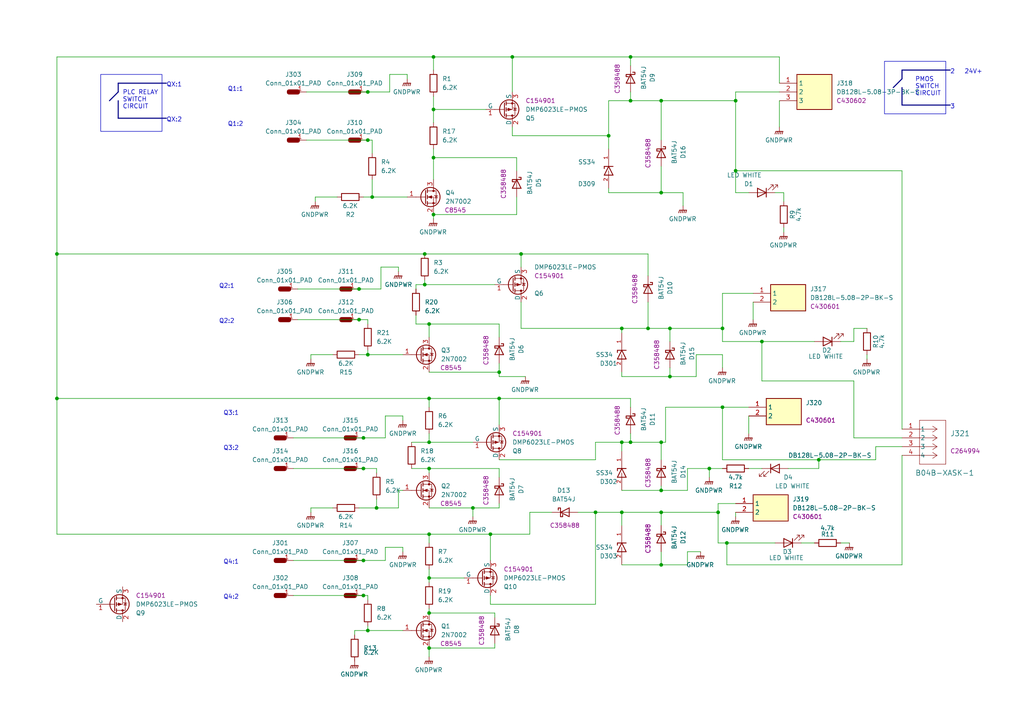
<source format=kicad_sch>
(kicad_sch (version 20230121) (generator eeschema)
  (paper "A4")
  (title_block (title "PLC OUTPUTS (P-MOS)"))
  (lib_symbols
    (symbol "Device:LED" (pin_numbers hide) (pin_names (offset 1.016) hide)
      (property "Reference" "D" (at 0 2.54 0))
      (property "Value" "LED" (at 0 -2.54 0))
      (symbol "LED_1_1"
        (pin passive line (at -3.81 0 0) (length 2.54) (name "K") (number "1"))
        (pin passive line (at 3.81 0 180) (length 2.54) (name "A") (number "2"))
      )
    )
    (symbol "Device:R" (pin_numbers hide) (pin_names (offset 0))
      (property "Reference" "R" (at 2.032 0 90))
      (property "Value" "R" (at 0 0 90))
      (symbol "R_1_1"
        (pin passive line (at 0 3.81 270) (length 1.27) (name "~") (number "1"))
        (pin passive line (at 0 -3.81 90) (length 1.27) (name "~") (number "2"))
      )
    )
    (symbol "Diode:BAT54J" (pin_numbers hide) (pin_names (offset 1.016) hide)
      (property "Reference" "D" (at 0 2.54 0))
      (property "Value" "BAT54J" (at 0 -2.54 0))
      (symbol "BAT54J_1_1"
        (pin passive line (at -3.81 0 0) (length 2.54) (name "K") (number "1"))
        (pin passive line (at 3.81 0 180) (length 2.54) (name "A") (number "2"))
      )
    )
    (symbol "PCB_Library:1729128"
      (property "Reference" "J" (at 16.51 7.62 0))
      (property "Value" "XY128V-A-5.08-2P" (at 16.51 5.08 0))
      (property "LCSC" "C557665" (at 8.89 6.35 0))
      (symbol "1729128_1_1"
        (pin passive line (at 0 0 0) (length 5.08) (name "1") (number "1"))
        (pin passive line (at 0 -2.54 0) (length 5.08) (name "2") (number "2"))
      )
    )
    (symbol "PCB_Library:B04B-XASK-1" (pin_names (offset 0.254))
      (property "Reference" "J" (at 8.89 6.35 0))
      (property "Value" "B04B-XASK-1" (at 2.54 10.16 0))
      (property "LCSC" "C264994" (at -5.08 3.81 0))
      (symbol "B04B-XASK-1_1_1"
        (pin unspecified line (at 0 0 0) (length 5.08) (name "1") (number "1"))
        (pin unspecified line (at 0 -2.54 0) (length 5.08) (name "2") (number "2"))
        (pin unspecified line (at 0 -5.08 0) (length 5.08) (name "3") (number "3"))
        (pin unspecified line (at 0 -7.62 0) (length 5.08) (name "4") (number "4"))
      )
      (symbol "B04B-XASK-1_1_2"
        (pin unspecified line (at 0 0 0) (length 5.08) (name "1") (number "1"))
        (pin unspecified line (at 0 -2.54 0) (length 5.08) (name "2") (number "2"))
        (pin unspecified line (at 0 -5.08 0) (length 5.08) (name "3") (number "3"))
        (pin unspecified line (at 0 -7.62 0) (length 5.08) (name "4") (number "4"))
      )
    )
    (symbol "PCB_Library:Conn_01x01_PAD" (pin_names (offset 1.016) hide)
      (property "Reference" "J" (at 0 2.54 0))
      (property "Value" "Conn_01x01_PAD" (at 1.27 -3.81 0))
      (symbol "Conn_01x01_PAD_1_1"
        (pin passive line (at 5.08 0 180) (length 3.81) (name "Pin_1") (number "1"))
      )
    )
    (symbol "PCB_Library:DMP6023LE-PMOS" (pin_names (offset 0))
      (property "Reference" "Q" (at 5.08 1.27 0))
      (property "Value" "DMP6023LE-PMOS" (at 6.35 10.16 0))
      (property "LCSC" "C154901" (at -5.08 6.35 0))
      (symbol "DMP6023LE-PMOS_1_1"
        (pin input line (at -5.08 0 0) (length 2.54) (name "G") (number "1"))
        (pin passive line (at 2.54 5.08 270) (length 2.54) (name "D") (number "2"))
        (pin passive line (at 2.54 -5.08 90) (length 2.54) (name "S") (number "3"))
      )
    )
    (symbol "PCB_Library:SMBJ24A" (pin_names (offset 1.016))
      (property "Reference" "D" (at -5.0835 2.4159 0))
      (property "Value" "SMBJ24A" (at -5.0854 -4.9611 0))
      (symbol "SMBJ24A_1_0"
        (pin passive line (at -6.35 0 0) (length 5.08) (name "~") (number "1"))
        (pin passive line (at 5.08 0 180) (length 5.08) (name "~") (number "2"))
      )
    )
    (symbol "PCB_Library:XY128V-A-5.08-3P"
      (property "Reference" "J" (at 16.51 7.62 0))
      (property "Value" "XY128V-A-5.08-3P" (at 16.51 5.08 0))
      (property "LCSC" "C557666" (at 8.89 6.35 0))
      (symbol "XY128V-A-5.08-3P_1_1"
        (pin passive line (at 0 0 0) (length 5.08) (name "1") (number "1"))
        (pin passive line (at 0 -2.54 0) (length 5.08) (name "2") (number "2"))
        (pin passive line (at 0 -5.08 0) (length 5.08) (name "3") (number "3"))
      )
    )
    (symbol "Transistor_FET:2N7002" (pin_names hide)
      (property "Reference" "Q" (at 5.08 1.905 0))
      (property "Value" "2N7002" (at 5.08 0 0))
      (symbol "2N7002_1_1"
        (pin input line (at -5.08 0 0) (length 2.54) (name "G") (number "1"))
        (pin passive line (at 2.54 -5.08 90) (length 2.54) (name "S") (number "2"))
        (pin passive line (at 2.54 5.08 270) (length 2.54) (name "D") (number "3"))
      )
    )
    (symbol "power:GNDPWR" (power) (pin_names (offset 0))
      (property "Value" "GNDPWR" (at 0 -3.302 0))
      (symbol "GNDPWR_1_1"
        (pin power_in line (at 0 0 270) (length 0) hide (name "GNDPWR") (number "1"))
      )
    )
  )
  (junction (at 151.13 73.66))
  (junction (at 144.78 107.95))
  (junction (at 106.68 102.87))
  (junction (at 220.98 99.06))
  (junction (at 124.46 128.27))
  (junction (at 124.46 93.98))
  (junction (at 142.24 154.94))
  (junction (at 191.77 163.83))
  (junction (at 191.77 29.21))
  (junction (at 125.73 62.23))
  (junction (at 106.68 182.88))
  (junction (at 125.73 31.75))
  (junction (at 182.88 29.21))
  (junction (at 125.73 16.51))
  (junction (at 209.55 95.25))
  (junction (at 191.77 142.24))
  (junction (at 182.88 16.51))
  (junction (at 124.46 177.8))
  (junction (at 213.36 49.53))
  (junction (at 237.49 133.35))
  (junction (at 172.72 148.59))
  (junction (at 124.46 135.89))
  (junction (at 144.78 115.57))
  (junction (at 125.73 45.72))
  (junction (at 209.55 118.11))
  (junction (at 176.53 39.37))
  (junction (at 191.77 55.88))
  (junction (at 180.34 95.25))
  (junction (at 194.31 109.22))
  (junction (at 123.19 73.66))
  (junction (at 182.88 128.27))
  (junction (at 107.95 57.15))
  (junction (at 191.77 128.27))
  (junction (at 123.19 82.55))
  (junction (at 106.68 26.67))
  (junction (at 104.14 92.71))
  (junction (at 16.51 73.66))
  (junction (at 210.82 157.48))
  (junction (at 208.28 148.59))
  (junction (at 16.51 115.57))
  (junction (at 180.34 128.27))
  (junction (at 124.46 187.96))
  (junction (at 105.41 127))
  (junction (at 124.46 167.64))
  (junction (at 213.36 29.21))
  (junction (at 105.41 162.56))
  (junction (at 104.14 83.82))
  (junction (at 109.22 147.32))
  (junction (at 180.34 148.59))
  (junction (at 148.59 16.51))
  (junction (at 194.31 95.25))
  (junction (at 124.46 115.57))
  (junction (at 191.77 148.59))
  (junction (at 105.41 135.89))
  (junction (at 205.74 135.89))
  (junction (at 137.16 147.32))
  (junction (at 105.41 172.72))
  (junction (at 124.46 154.94))
  (junction (at 187.96 95.25))
  (junction (at 106.68 40.64))
  (wire (pts (xy 124.46 115.57) (xy 124.46 118.11)))
  (wire (pts (xy 120.65 82.55) (xy 123.19 82.55)))
  (wire (pts (xy 193.04 118.11) (xy 209.55 118.11)))
  (wire (pts (xy 209.55 85.09) (xy 209.55 95.25)))
  (bus (pts (xy 261.62 25.4) (xy 261.62 30.48)))
  (wire (pts (xy 125.73 31.75) (xy 125.73 35.56)))
  (wire (pts (xy 90.17 102.87) (xy 96.52 102.87)))
  (wire (pts (xy 191.77 128.27) (xy 191.77 133.35)))
  (wire (pts (xy 119.38 128.27) (xy 124.46 128.27)))
  (wire (pts (xy 124.46 125.73) (xy 124.46 128.27)))
  (wire (pts (xy 124.46 154.94) (xy 142.24 154.94)))
  (wire (pts (xy 182.88 29.21) (xy 191.77 29.21)))
  (wire (pts (xy 198.12 55.88) (xy 191.77 55.88)))
  (wire (pts (xy 124.46 190.5) (xy 124.46 187.96)))
  (wire (pts (xy 182.88 125.73) (xy 182.88 128.27)))
  (bus (pts (xy 34.29 24.13) (xy 34.29 26.67)))
  (wire (pts (xy 247.65 99.06) (xy 247.65 95.25)))
  (wire (pts (xy 106.68 182.88) (xy 106.68 181.61)))
  (wire (pts (xy 237.49 133.35) (xy 237.49 135.89)))
  (wire (pts (xy 106.68 26.67) (xy 113.03 26.67)))
  (wire (pts (xy 120.65 91.44) (xy 120.65 93.98)))
  (wire (pts (xy 111.76 158.75) (xy 116.84 158.75)))
  (wire (pts (xy 106.68 101.6) (xy 106.68 102.87)))
  (wire (pts (xy 191.77 48.26) (xy 191.77 55.88)))
  (wire (pts (xy 209.55 102.87) (xy 209.55 106.68)))
  (wire (pts (xy 172.72 148.59) (xy 180.34 148.59)))
  (wire (pts (xy 153.67 148.59) (xy 153.67 154.94)))
  (wire (pts (xy 125.73 31.75) (xy 140.97 31.75)))
  (wire (pts (xy 143.51 177.8) (xy 143.51 179.07)))
  (wire (pts (xy 110.49 77.47) (xy 110.49 83.82)))
  (wire (pts (xy 124.46 115.57) (xy 144.78 115.57)))
  (wire (pts (xy 102.87 182.88) (xy 106.68 182.88)))
  (wire (pts (xy 86.36 83.82) (xy 104.14 83.82)))
  (wire (pts (xy 107.95 40.64) (xy 107.95 44.45)))
  (wire (pts (xy 194.31 95.25) (xy 194.31 99.06)))
  (wire (pts (xy 90.17 147.32) (xy 96.52 147.32)))
  (bus (pts (xy 261.62 20.32) (xy 261.62 22.86)))
  (wire (pts (xy 191.77 148.59) (xy 191.77 152.4)))
  (wire (pts (xy 224.79 55.88) (xy 227.33 55.88)))
  (wire (pts (xy 187.96 73.66) (xy 187.96 80.01)))
  (wire (pts (xy 149.86 57.15) (xy 149.86 62.23)))
  (wire (pts (xy 213.36 148.59) (xy 213.36 149.86)))
  (wire (pts (xy 176.53 54.61) (xy 176.53 55.88)))
  (wire (pts (xy 125.73 62.23) (xy 125.73 63.5)))
  (wire (pts (xy 167.64 148.59) (xy 172.72 148.59)))
  (wire (pts (xy 201.93 102.87) (xy 201.93 109.22)))
  (wire (pts (xy 191.77 163.83) (xy 199.39 163.83)))
  (wire (pts (xy 88.9 26.67) (xy 106.68 26.67)))
  (wire (pts (xy 151.13 73.66) (xy 187.96 73.66)))
  (wire (pts (xy 109.22 144.78) (xy 109.22 147.32)))
  (wire (pts (xy 144.78 93.98) (xy 144.78 97.79)))
  (wire (pts (xy 180.34 148.59) (xy 191.77 148.59)))
  (wire (pts (xy 144.78 105.41) (xy 144.78 107.95)))
  (wire (pts (xy 205.74 135.89) (xy 209.55 135.89)))
  (wire (pts (xy 106.68 173.99) (xy 106.68 172.72)))
  (wire (pts (xy 203.2 160.02) (xy 199.39 160.02)))
  (wire (pts (xy 237.49 133.35) (xy 254 133.35)))
  (wire (pts (xy 91.44 57.15) (xy 97.79 57.15)))
  (wire (pts (xy 180.34 109.22) (xy 180.34 107.95)))
  (wire (pts (xy 144.78 146.05) (xy 144.78 147.32)))
  (wire (pts (xy 142.24 154.94) (xy 142.24 162.56)))
  (wire (pts (xy 125.73 43.18) (xy 125.73 45.72)))
  (wire (pts (xy 144.78 133.35) (xy 172.72 133.35)))
  (wire (pts (xy 124.46 187.96) (xy 143.51 187.96)))
  (wire (pts (xy 90.17 102.87) (xy 90.17 104.14)))
  (wire (pts (xy 16.51 154.94) (xy 124.46 154.94)))
  (wire (pts (xy 180.34 163.83) (xy 191.77 163.83)))
  (wire (pts (xy 106.68 182.88) (xy 116.84 182.88)))
  (wire (pts (xy 151.13 95.25) (xy 180.34 95.25)))
  (wire (pts (xy 180.34 95.25) (xy 187.96 95.25)))
  (wire (pts (xy 153.67 148.59) (xy 160.02 148.59)))
  (wire (pts (xy 106.68 172.72) (xy 105.41 172.72)))
  (wire (pts (xy 180.34 152.4) (xy 180.34 148.59)))
  (wire (pts (xy 124.46 167.64) (xy 134.62 167.64)))
  (wire (pts (xy 144.78 115.57) (xy 182.88 115.57)))
  (wire (pts (xy 124.46 107.95) (xy 144.78 107.95)))
  (bus (pts (xy 275.59 20.32) (xy 261.62 20.32)))
  (wire (pts (xy 124.46 93.98) (xy 144.78 93.98)))
  (wire (pts (xy 208.28 148.59) (xy 208.28 157.48)))
  (wire (pts (xy 124.46 165.1) (xy 124.46 167.64)))
  (wire (pts (xy 176.53 29.21) (xy 182.88 29.21)))
  (wire (pts (xy 213.36 55.88) (xy 217.17 55.88)))
  (wire (pts (xy 116.84 142.24) (xy 115.57 142.24)))
  (bus (pts (xy 34.29 34.29) (xy 48.26 34.29)))
  (wire (pts (xy 213.36 29.21) (xy 213.36 49.53)))
  (wire (pts (xy 125.73 16.51) (xy 125.73 20.32)))
  (wire (pts (xy 125.73 27.94) (xy 125.73 31.75)))
  (wire (pts (xy 116.84 120.65) (xy 116.84 121.92)))
  (wire (pts (xy 148.59 39.37) (xy 176.53 39.37)))
  (wire (pts (xy 144.78 135.89) (xy 144.78 138.43)))
  (wire (pts (xy 105.41 57.15) (xy 107.95 57.15)))
  (wire (pts (xy 180.34 128.27) (xy 180.34 130.81)))
  (wire (pts (xy 213.36 26.67) (xy 226.06 26.67)))
  (wire (pts (xy 110.49 77.47) (xy 115.57 77.47)))
  (wire (pts (xy 102.87 184.15) (xy 102.87 182.88)))
  (wire (pts (xy 143.51 186.69) (xy 143.51 187.96)))
  (wire (pts (xy 105.41 127) (xy 111.76 127)))
  (bus (pts (xy 31.75 29.21) (xy 34.29 26.67)))
  (wire (pts (xy 106.68 40.64) (xy 107.95 40.64)))
  (wire (pts (xy 199.39 135.89) (xy 199.39 142.24)))
  (wire (pts (xy 142.24 175.26) (xy 172.72 175.26)))
  (bus (pts (xy 48.26 24.13) (xy 34.29 24.13)))
  (wire (pts (xy 124.46 176.53) (xy 124.46 177.8)))
  (wire (pts (xy 109.22 147.32) (xy 115.57 147.32)))
  (wire (pts (xy 180.34 142.24) (xy 191.77 142.24)))
  (wire (pts (xy 226.06 29.21) (xy 226.06 36.83)))
  (wire (pts (xy 120.65 93.98) (xy 124.46 93.98)))
  (wire (pts (xy 91.44 57.15) (xy 91.44 58.42)))
  (wire (pts (xy 107.95 52.07) (xy 107.95 57.15)))
  (wire (pts (xy 125.73 45.72) (xy 125.73 52.07)))
  (wire (pts (xy 182.88 16.51) (xy 182.88 19.05)))
  (wire (pts (xy 85.09 127) (xy 105.41 127)))
  (wire (pts (xy 104.14 147.32) (xy 109.22 147.32)))
  (bus (pts (xy 34.29 29.21) (xy 34.29 34.29)))
  (wire (pts (xy 210.82 157.48) (xy 224.79 157.48)))
  (wire (pts (xy 187.96 95.25) (xy 194.31 95.25)))
  (wire (pts (xy 111.76 120.65) (xy 116.84 120.65)))
  (wire (pts (xy 106.68 92.71) (xy 106.68 93.98)))
  (wire (pts (xy 191.77 128.27) (xy 193.04 128.27)))
  (wire (pts (xy 124.46 168.91) (xy 124.46 167.64)))
  (wire (pts (xy 180.34 128.27) (xy 182.88 128.27)))
  (wire (pts (xy 123.19 73.66) (xy 151.13 73.66)))
  (wire (pts (xy 16.51 73.66) (xy 16.51 115.57)))
  (wire (pts (xy 125.73 62.23) (xy 149.86 62.23)))
  (wire (pts (xy 16.51 73.66) (xy 123.19 73.66)))
  (wire (pts (xy 194.31 106.68) (xy 194.31 109.22)))
  (wire (pts (xy 193.04 128.27) (xy 193.04 118.11)))
  (wire (pts (xy 217.17 120.65) (xy 217.17 125.73)))
  (wire (pts (xy 227.33 55.88) (xy 227.33 58.42)))
  (wire (pts (xy 148.59 36.83) (xy 148.59 39.37)))
  (wire (pts (xy 213.36 49.53) (xy 261.62 49.53)))
  (wire (pts (xy 176.53 55.88) (xy 191.77 55.88)))
  (wire (pts (xy 123.19 82.55) (xy 143.51 82.55)))
  (wire (pts (xy 115.57 142.24) (xy 115.57 147.32)))
  (wire (pts (xy 124.46 93.98) (xy 124.46 97.79)))
  (wire (pts (xy 199.39 135.89) (xy 205.74 135.89)))
  (wire (pts (xy 116.84 158.75) (xy 116.84 160.02)))
  (wire (pts (xy 176.53 29.21) (xy 176.53 39.37)))
  (wire (pts (xy 180.34 95.25) (xy 180.34 96.52)))
  (wire (pts (xy 198.12 55.88) (xy 198.12 59.69)))
  (wire (pts (xy 213.36 26.67) (xy 213.36 29.21)))
  (wire (pts (xy 182.88 115.57) (xy 182.88 118.11)))
  (wire (pts (xy 201.93 102.87) (xy 209.55 102.87)))
  (wire (pts (xy 232.41 157.48) (xy 236.22 157.48)))
  (wire (pts (xy 124.46 154.94) (xy 124.46 157.48)))
  (wire (pts (xy 227.33 66.04) (xy 227.33 67.31)))
  (wire (pts (xy 137.16 147.32) (xy 137.16 149.86)))
  (wire (pts (xy 172.72 128.27) (xy 180.34 128.27)))
  (wire (pts (xy 187.96 87.63) (xy 187.96 95.25)))
  (wire (pts (xy 125.73 45.72) (xy 149.86 45.72)))
  (wire (pts (xy 151.13 87.63) (xy 151.13 95.25)))
  (wire (pts (xy 210.82 163.83) (xy 261.62 163.83)))
  (wire (pts (xy 176.53 39.37) (xy 176.53 43.18)))
  (wire (pts (xy 194.31 109.22) (xy 201.93 109.22)))
  (wire (pts (xy 148.59 16.51) (xy 148.59 26.67)))
  (wire (pts (xy 172.72 128.27) (xy 172.72 133.35)))
  (wire (pts (xy 148.59 16.51) (xy 182.88 16.51)))
  (wire (pts (xy 124.46 135.89) (xy 144.78 135.89)))
  (wire (pts (xy 209.55 118.11) (xy 217.17 118.11)))
  (wire (pts (xy 182.88 128.27) (xy 191.77 128.27)))
  (wire (pts (xy 124.46 128.27) (xy 137.16 128.27)))
  (wire (pts (xy 208.28 146.05) (xy 208.28 148.59)))
  (wire (pts (xy 86.36 92.71) (xy 104.14 92.71)))
  (wire (pts (xy 105.41 162.56) (xy 111.76 162.56)))
  (wire (pts (xy 247.65 110.49) (xy 247.65 127)))
  (wire (pts (xy 85.09 162.56) (xy 105.41 162.56)))
  (wire (pts (xy 125.73 16.51) (xy 148.59 16.51)))
  (wire (pts (xy 247.65 95.25) (xy 251.46 95.25)))
  (wire (pts (xy 111.76 120.65) (xy 111.76 127)))
  (wire (pts (xy 205.74 138.43) (xy 205.74 135.89)))
  (wire (pts (xy 237.49 135.89) (xy 228.6 135.89)))
  (wire (pts (xy 16.51 115.57) (xy 16.51 154.94)))
  (wire (pts (xy 124.46 135.89) (xy 124.46 137.16)))
  (wire (pts (xy 109.22 137.16) (xy 109.22 135.89)))
  (wire (pts (xy 172.72 148.59) (xy 172.72 175.26)))
  (wire (pts (xy 182.88 26.67) (xy 182.88 29.21)))
  (wire (pts (xy 191.77 29.21) (xy 191.77 40.64)))
  (wire (pts (xy 199.39 160.02) (xy 199.39 163.83)))
  (wire (pts (xy 16.51 115.57) (xy 124.46 115.57)))
  (wire (pts (xy 220.98 110.49) (xy 247.65 110.49)))
  (wire (pts (xy 119.38 135.89) (xy 124.46 135.89)))
  (wire (pts (xy 123.19 81.28) (xy 123.19 82.55)))
  (wire (pts (xy 90.17 147.32) (xy 90.17 148.59)))
  (wire (pts (xy 191.77 142.24) (xy 199.39 142.24)))
  (bus (pts (xy 259.08 25.4) (xy 261.62 22.86)))
  (wire (pts (xy 208.28 146.05) (xy 213.36 146.05)))
  (wire (pts (xy 208.28 157.48) (xy 210.82 157.48)))
  (wire (pts (xy 243.84 157.48) (xy 246.38 157.48)))
  (wire (pts (xy 191.77 148.59) (xy 208.28 148.59)))
  (wire (pts (xy 144.78 109.22) (xy 144.78 107.95)))
  (wire (pts (xy 261.62 132.08) (xy 261.62 163.83)))
  (wire (pts (xy 152.4 109.22) (xy 144.78 109.22)))
  (wire (pts (xy 226.06 16.51) (xy 226.06 24.13)))
  (wire (pts (xy 16.51 16.51) (xy 125.73 16.51)))
  (wire (pts (xy 191.77 29.21) (xy 213.36 29.21)))
  (wire (pts (xy 254 129.54) (xy 254 133.35)))
  (wire (pts (xy 109.22 135.89) (xy 105.41 135.89)))
  (wire (pts (xy 85.09 172.72) (xy 105.41 172.72)))
  (wire (pts (xy 104.14 102.87) (xy 106.68 102.87)))
  (wire (pts (xy 220.98 99.06) (xy 236.22 99.06)))
  (wire (pts (xy 213.36 49.53) (xy 213.36 55.88)))
  (wire (pts (xy 149.86 45.72) (xy 149.86 49.53)))
  (wire (pts (xy 209.55 99.06) (xy 220.98 99.06)))
  (wire (pts (xy 218.44 87.63) (xy 218.44 92.71)))
  (wire (pts (xy 209.55 95.25) (xy 209.55 99.06)))
  (wire (pts (xy 142.24 154.94) (xy 153.67 154.94)))
  (wire (pts (xy 107.95 57.15) (xy 118.11 57.15)))
  (wire (pts (xy 182.88 16.51) (xy 226.06 16.51)))
  (wire (pts (xy 220.98 135.89) (xy 217.17 135.89)))
  (wire (pts (xy 124.46 177.8) (xy 143.51 177.8)))
  (wire (pts (xy 144.78 115.57) (xy 144.78 123.19)))
  (wire (pts (xy 220.98 99.06) (xy 220.98 110.49)))
  (wire (pts (xy 118.11 21.59) (xy 118.11 22.86)))
  (wire (pts (xy 209.55 85.09) (xy 218.44 85.09)))
  (wire (pts (xy 209.55 118.11) (xy 209.55 133.35)))
  (wire (pts (xy 251.46 102.87) (xy 251.46 104.14)))
  (wire (pts (xy 85.09 135.89) (xy 105.41 135.89)))
  (wire (pts (xy 115.57 77.47) (xy 115.57 78.74)))
  (wire (pts (xy 113.03 21.59) (xy 118.11 21.59)))
  (wire (pts (xy 104.14 83.82) (xy 110.49 83.82)))
  (wire (pts (xy 137.16 147.32) (xy 124.46 147.32)))
  (wire (pts (xy 243.84 99.06) (xy 247.65 99.06)))
  (wire (pts (xy 16.51 16.51) (xy 16.51 73.66)))
  (wire (pts (xy 142.24 172.72) (xy 142.24 175.26)))
  (bus (pts (xy 261.62 30.48) (xy 275.59 30.48)))
  (wire (pts (xy 247.65 127) (xy 261.62 127)))
  (wire (pts (xy 120.65 82.55) (xy 120.65 83.82)))
  (wire (pts (xy 191.77 160.02) (xy 191.77 163.83)))
  (wire (pts (xy 194.31 95.25) (xy 209.55 95.25)))
  (wire (pts (xy 113.03 21.59) (xy 113.03 26.67)))
  (wire (pts (xy 254 129.54) (xy 261.62 129.54)))
  (wire (pts (xy 88.9 40.64) (xy 106.68 40.64)))
  (wire (pts (xy 180.34 109.22) (xy 194.31 109.22)))
  (wire (pts (xy 111.76 158.75) (xy 111.76 162.56)))
  (wire (pts (xy 209.55 133.35) (xy 237.49 133.35)))
  (wire (pts (xy 191.77 140.97) (xy 191.77 142.24)))
  (wire (pts (xy 106.68 102.87) (xy 116.84 102.87)))
  (wire (pts (xy 151.13 73.66) (xy 151.13 77.47)))
  (wire (pts (xy 261.62 49.53) (xy 261.62 124.46)))
  (wire (pts (xy 210.82 157.48) (xy 210.82 163.83)))
  (wire (pts (xy 137.16 147.32) (xy 144.78 147.32)))
  (wire (pts (xy 104.14 92.71) (xy 106.68 92.71)))
  (rectangle (start 29.21 21.59) (end 46.99 38.1))
  (rectangle (start 256.54 17.78) (end 274.32 33.02))
  (text "Q4:1" (at 64.77 163.83 0) (effects (font (size 1.27 1.27)) (justify left bottom)))
  (text "Q4:2" (at 64.77 173.99 0) (effects (font (size 1.27 1.27)) (justify left bottom)))
  (text "Q3:1" (at 64.77 120.65 0) (effects (font (size 1.27 1.27)) (justify left bottom)))
  (text "2   24V+\n" (at 275.59 21.59 0) (effects (font (size 1.27 1.27)) (justify left bottom)))
  (text "PMOS\nSWITCH\nCIRCUIT" (at 265.43 27.94 0) (effects (font (size 1.27 1.27)) (justify left bottom)))
  (text "QX:2" (at 48.26 35.56 0) (effects (font (size 1.27 1.27)) (justify left bottom)))
  (text "PLC RELAY\nSWITCH\nCIRCUIT" (at 35.56 31.75 0) (effects (font (size 1.27 1.27)) (justify left bottom)))
  (text "3\n" (at 275.59 31.75 0) (effects (font (size 1.27 1.27)) (justify left bottom)))
  (text "Q2:1" (at 63.5 83.82 0) (effects (font (size 1.27 1.27)) (justify left bottom)))
  (text "Q1:2" (at 66.04 36.83 0) (effects (font (size 1.27 1.27)) (justify left bottom)))
  (text "Q2:2" (at 63.5 93.98 0) (effects (font (size 1.27 1.27)) (justify left bottom)))
  (text "Q3:2" (at 64.77 130.81 0) (effects (font (size 1.27 1.27)) (justify left bottom)))
  (text "QX:1" (at 48.26 25.4 0) (effects (font (size 1.27 1.27)) (justify left bottom)))
  (text "Q1:1" (at 66.04 26.67 0) (effects (font (size 1.27 1.27)) (justify left bottom)))
  (symbol (lib_id "PCB_Library:Conn_01x01_PAD") (at 80.01 172.72 0) (unit 1)
    (property "Reference" "J302" (at 81.28 167.64 0))
    (property "Value" "Conn_01x01_PAD" (at 81.28 170.18 0))
    (property "Footprint" "PCB_Library:Conn_pin_PLC" (effects hide))
  )
  (symbol (lib_id "PCB_Library:Conn_01x01_PAD") (at 100.33 127 0) (unit 1)
    (property "Reference" "J315" (at 101.6 121.92 0))
    (property "Value" "Conn_01x01_PAD" (at 101.6 124.46 0))
    (property "Footprint" "PCB_Library:Conn_pin_PLC" (effects hide))
  )
  (symbol (lib_id "Diode:BAT54J") (at 182.88 22.86 270) (unit 1)
    (property "Reference" "D9" (at 189.23 22.5425 0))
    (property "Value" "BAT54J" (at 186.69 22.5425 0))
    (property "Footprint" "Diode_SMD:D_SOD-323F" (effects hide))
    (property "Datasheet" "https://jlcpcb.com/partdetail/Foshan_Blue_RocketElec-BAT54J/C358488" (effects hide))
    (property "LCSC" "C358488" (at 179.07 22.86 0))
  )
  (symbol (lib_id "PCB_Library:DMP6023LE-PMOS") (at 142.24 128.27 0) (mirror x) (unit 1)
    (property "Reference" "Q8" (at 148.59 130.81 0) (effects (justify left)))
    (property "Value" "DMP6023LE-PMOS" (at 148.59 128.27 0) (effects (justify left)))
    (property "Footprint" "PCB_Library:SOT-223 DMP6023LE" (effects hide))
    (property "Datasheet" "https://ngspice.sourceforge.io/docs/ngspice-html-manual/manual.xhtml#cha_MOSFETs" (effects hide))
    (property "Sim.Device" "PMOS" (effects hide))
    (property "Sim.Type" "VDMOS" (effects hide))
    (property "Sim.Pins" "1=D 2=G 3=S" (effects hide))
    (property "LCSC" "C154901" (at 148.59 125.73 0) (effects (justify left)))
  )
  (symbol (lib_id "power:GNDPWR") (at 137.16 149.86 0) (unit 1)
    (property "Reference" "#PWR012" (effects hide))
    (property "Value" "GNDPWR" (at 137.033 153.67 0))
  )
  (symbol (lib_id "PCB_Library:XY128V-A-5.08-3P") (at 226.06 24.13 0) (unit 1)
    (property "Reference" "J318" (at 242.57 24.13 0) (effects (justify left)))
    (property "Value" "DB128L-5.08-3P-BK-S" (at 242.57 26.67 0) (effects (justify left)))
    (property "Footprint" "PCB_Library:XY128V-A-5.08-3P" (effects hide))
    (property "Datasheet" "https://jlcpcb.com/partdetail/Dorabo-DB128L_5_08_3P_BKS/C430602" (effects hide))
    (property "Height" "10.15" (effects hide))
    (property "LCSC" "C430602" (at 242.57 29.21 0) (effects (justify left)))
  )
  (symbol (lib_id "power:GNDPWR") (at 152.4 109.22 0) (unit 1)
    (property "Reference" "#PWR014" (effects hide))
    (property "Value" "GNDPWR" (at 152.273 113.03 0))
  )
  (symbol (lib_id "Device:LED") (at 228.6 157.48 180) (unit 1)
    (property "Reference" "D3" (at 228.346 160.02 0))
    (property "Value" "LED WHITE" (at 228.092 161.798 0))
    (property "Footprint" "LED_SMD:LED_0603_1608Metric" (effects hide))
    (property "Datasheet" "https://datasheet.lcsc.com/lcsc/1809041711_Hubei-KENTO-Elec-C2290_C2290.pdf" (effects hide))
    (property "LCSC" "C2290" (effects hide))
    (property "MAX_TEMP" "85 C" (effects hide))
  )
  (symbol (lib_id "PCB_Library:Conn_01x01_PAD") (at 100.33 135.89 0) (unit 1)
    (property "Reference" "J316" (at 101.6 130.81 0))
    (property "Value" "Conn_01x01_PAD" (at 101.6 133.35 0))
    (property "Footprint" "PCB_Library:Conn_pin_PLC" (effects hide))
  )
  (symbol (lib_id "PCB_Library:Conn_01x01_PAD") (at 83.82 26.67 0) (unit 1)
    (property "Reference" "J303" (at 85.09 21.59 0))
    (property "Value" "Conn_01x01_PAD" (at 85.09 24.13 0))
    (property "Footprint" "PCB_Library:Conn_pin_PLC" (effects hide))
  )
  (symbol (lib_id "Diode:BAT54J") (at 187.96 83.82 270) (unit 1)
    (property "Reference" "D10" (at 194.31 83.5025 0))
    (property "Value" "BAT54J" (at 191.77 83.5025 0))
    (property "Footprint" "Diode_SMD:D_SOD-323F" (effects hide))
    (property "Datasheet" "https://jlcpcb.com/partdetail/Foshan_Blue_RocketElec-BAT54J/C358488" (effects hide))
    (property "LCSC" "C358488" (at 184.15 83.82 0))
  )
  (symbol (lib_id "PCB_Library:Conn_01x01_PAD") (at 101.6 40.64 0) (unit 1)
    (property "Reference" "J310" (at 102.87 35.56 0))
    (property "Value" "Conn_01x01_PAD" (at 102.87 38.1 0))
    (property "Footprint" "PCB_Library:Conn_pin_PLC" (effects hide))
  )
  (symbol (lib_id "power:GNDPWR") (at 118.11 22.86 0) (unit 1)
    (property "Reference" "#PWR01" (effects hide))
    (property "Value" "GNDPWR" (at 117.983 26.67 0))
  )
  (symbol (lib_id "PCB_Library:Conn_01x01_PAD") (at 101.6 26.67 0) (unit 1)
    (property "Reference" "J309" (at 102.87 21.59 0))
    (property "Value" "Conn_01x01_PAD" (at 102.87 24.13 0))
    (property "Footprint" "PCB_Library:Conn_pin_PLC" (effects hide))
  )
  (symbol (lib_id "Diode:BAT54J") (at 144.78 101.6 270) (unit 1)
    (property "Reference" "D6" (at 151.13 101.2825 0))
    (property "Value" "BAT54J" (at 148.59 101.2825 0))
    (property "Footprint" "Diode_SMD:D_SOD-323F" (effects hide))
    (property "Datasheet" "https://jlcpcb.com/partdetail/Foshan_Blue_RocketElec-BAT54J/C358488" (effects hide))
    (property "LCSC" "C358488" (at 140.97 101.6 0))
  )
  (symbol (lib_id "Device:R") (at 227.33 62.23 180) (unit 1)
    (property "Reference" "R9" (at 229.87 62.23 90))
    (property "Value" "4.7k" (at 231.648 62.23 90))
    (property "Footprint" "Resistor_SMD:R_0603_1608Metric" (effects hide))
    (property "Datasheet" "https://datasheet.lcsc.com/lcsc/2206010145_UNI-ROYAL-Uniroyal-Elec-1206W4F4701T5E_C17936.pdf" (effects hide))
    (property "LCSC" "C88615" (effects hide))
    (property "MAX_TEMP" "125 C" (effects hide))
  )
  (symbol (lib_id "power:GNDPWR") (at 90.17 148.59 0) (unit 1)
    (property "Reference" "#PWR011" (effects hide))
    (property "Value" "GNDPWR" (at 90.043 152.4 0))
  )
  (symbol (lib_id "power:GNDPWR") (at 116.84 160.02 0) (unit 1)
    (property "Reference" "#PWR04" (effects hide))
    (property "Value" "GNDPWR" (at 116.84 163.83 0))
  )
  (symbol (lib_id "Device:R") (at 119.38 132.08 0) (unit 1)
    (property "Reference" "R18" (at 121.92 130.81 0) (effects (justify left)))
    (property "Value" "6.2K" (at 121.92 133.35 0) (effects (justify left)))
    (property "Footprint" "Resistor_SMD:R_0603_1608Metric" (effects hide))
    (property "Datasheet" "https://jlcpcb.com/partdetail/4667-0603WAF6201T5E/C4260" (effects hide))
    (property "LCSC" "C4260" (effects hide))
    (property "MAX_TEMP" "155 C" (effects hide))
  )
  (symbol (lib_id "power:GNDPWR") (at 218.44 92.71 0) (unit 1)
    (property "Reference" "#PWR019" (effects hide))
    (property "Value" "GNDPWR" (at 218.313 96.52 0))
  )
  (symbol (lib_id "PCB_Library:Conn_01x01_PAD") (at 81.28 92.71 0) (unit 1)
    (property "Reference" "J306" (at 82.55 87.63 0))
    (property "Value" "Conn_01x01_PAD" (at 82.55 90.17 0))
    (property "Footprint" "PCB_Library:Conn_pin_PLC" (effects hide))
  )
  (symbol (lib_id "Device:R") (at 109.22 140.97 0) (unit 1)
    (property "Reference" "R5" (at 111.76 139.7 0) (effects (justify left)))
    (property "Value" "6.2K" (at 111.76 142.24 0) (effects (justify left)))
    (property "Footprint" "Resistor_SMD:R_0603_1608Metric" (effects hide))
    (property "Datasheet" "https://jlcpcb.com/partdetail/4667-0603WAF6201T5E/C4260" (effects hide))
    (property "LCSC" "C4260" (effects hide))
    (property "MAX_TEMP" "155 C" (effects hide))
  )
  (symbol (lib_id "PCB_Library:Conn_01x01_PAD") (at 80.01 162.56 0) (unit 1)
    (property "Reference" "J301" (at 81.28 157.48 0))
    (property "Value" "Conn_01x01_PAD" (at 81.28 160.02 0))
    (property "Footprint" "PCB_Library:Conn_pin_PLC" (effects hide))
  )
  (symbol (lib_id "Device:LED") (at 220.98 55.88 180) (unit 1)
    (property "Reference" "D1" (at 217.17 53.34 0))
    (property "Value" "LED WHITE" (at 215.9 50.8 0))
    (property "Footprint" "LED_SMD:LED_0603_1608Metric" (effects hide))
    (property "Datasheet" "https://datasheet.lcsc.com/lcsc/1809041711_Hubei-KENTO-Elec-C2290_C2290.pdf" (effects hide))
    (property "LCSC" "C2290" (effects hide))
    (property "MAX_TEMP" "85 C" (effects hide))
  )
  (symbol (lib_id "power:GNDPWR") (at 209.55 106.68 0) (unit 1)
    (property "Reference" "#PWR05" (effects hide))
    (property "Value" "GNDPWR" (at 209.423 110.49 0))
  )
  (symbol (lib_id "power:GNDPWR") (at 102.87 191.77 0) (unit 1)
    (property "Reference" "#PWR010" (effects hide))
    (property "Value" "GNDPWR" (at 102.743 195.58 0))
  )
  (symbol (lib_id "PCB_Library:SMBJ24A") (at 176.53 49.53 270) (unit 1)
    (property "Reference" "D309" (at 172.72 53.34 90) (effects (justify right)))
    (property "Value" "SS34" (at 172.72 46.99 90) (effects (justify right)))
    (property "Footprint" "Diode_SMD:D_SMA" (effects hide))
    (property "Datasheet" "https://jlcpcb.com/partdetail/mdd_microdiode_semiconductor-SS34/C8678" (effects hide))
    (property "STANDARD" "IPC-7351B" (effects hide))
    (property "LCSC" "C8678" (effects hide))
  )
  (symbol (lib_id "power:GNDPWR") (at 124.46 190.5 0) (unit 1)
    (property "Reference" "#PWR09" (effects hide))
    (property "Value" "GNDPWR" (at 124.333 194.31 0))
  )
  (symbol (lib_id "Device:R") (at 102.87 187.96 0) (unit 1)
    (property "Reference" "R13" (at 105.41 187.96 0) (effects (justify left)))
    (property "Value" "6.2K" (at 105.41 189.23 0) (effects (justify left)))
    (property "Footprint" "Resistor_SMD:R_0603_1608Metric" (effects hide))
    (property "Datasheet" "https://jlcpcb.com/partdetail/4667-0603WAF6201T5E/C4260" (effects hide))
    (property "LCSC" "C4260" (effects hide))
    (property "MAX_TEMP" "155 C" (effects hide))
  )
  (symbol (lib_id "PCB_Library:Conn_01x01_PAD") (at 81.28 83.82 0) (unit 1)
    (property "Reference" "J305" (at 82.55 78.74 0))
    (property "Value" "Conn_01x01_PAD" (at 82.55 81.28 0))
    (property "Footprint" "PCB_Library:Conn_pin_PLC" (effects hide))
  )
  (symbol (lib_id "Device:R") (at 213.36 135.89 270) (unit 1)
    (property "Reference" "R12" (at 213.36 140.97 90))
    (property "Value" "4.7k" (at 213.36 138.43 90))
    (property "Footprint" "Resistor_SMD:R_0603_1608Metric" (effects hide))
    (property "Datasheet" "https://datasheet.lcsc.com/lcsc/2206010145_UNI-ROYAL-Uniroyal-Elec-1206W4F4701T5E_C17936.pdf" (effects hide))
    (property "LCSC" "C88615" (effects hide))
    (property "MAX_TEMP" "125 C" (effects hide))
  )
  (symbol (lib_id "power:GNDPWR") (at 217.17 125.73 0) (unit 1)
    (property "Reference" "#PWR017" (effects hide))
    (property "Value" "GNDPWR" (at 217.043 129.54 0))
  )
  (symbol (lib_id "PCB_Library:1729128") (at 217.17 118.11 0) (unit 1)
    (property "Reference" "J320" (at 233.68 116.84 0) (effects (justify left)))
    (property "Value" "DB128L-5.08-2P-BK-S" (at 228.6 132.08 0) (effects (justify left)))
    (property "Footprint" "PCB_Library:1729128" (effects hide))
    (property "Datasheet" "https://jlcpcb.com/partdetail/Dorabo-DB128L_5_08_2P_BKS/C430601" (effects hide))
    (property "Height" "10.15" (effects hide))
    (property "Mouser Part Number" "651-1729128" (effects hide))
    (property "LCSC" "C430601" (at 233.68 121.92 0) (effects (justify left)))
  )
  (symbol (lib_id "PCB_Library:Conn_01x01_PAD") (at 99.06 92.71 0) (unit 1)
    (property "Reference" "J312" (at 100.33 87.63 0))
    (property "Value" "Conn_01x01_PAD" (at 100.33 90.17 0))
    (property "Footprint" "PCB_Library:Conn_pin_PLC" (effects hide))
  )
  (symbol (lib_id "Device:R") (at 100.33 102.87 90) (unit 1)
    (property "Reference" "R15" (at 100.33 107.95 90))
    (property "Value" "6.2K" (at 100.33 105.41 90))
    (property "Footprint" "Resistor_SMD:R_0603_1608Metric" (effects hide))
    (property "Datasheet" "https://jlcpcb.com/partdetail/4667-0603WAF6201T5E/C4260" (effects hide))
    (property "LCSC" "C4260" (effects hide))
    (property "MAX_TEMP" "155 C" (effects hide))
  )
  (symbol (lib_id "Device:R") (at 124.46 161.29 180) (unit 1)
    (property "Reference" "R7" (at 127 160.02 0) (effects (justify right)))
    (property "Value" "6.2K" (at 127 162.56 0) (effects (justify right)))
    (property "Footprint" "Resistor_SMD:R_0603_1608Metric" (effects hide))
    (property "Datasheet" "https://jlcpcb.com/partdetail/4667-0603WAF6201T5E/C4260" (effects hide))
    (property "LCSC" "C4260" (effects hide))
    (property "MAX_TEMP" "155 C" (effects hide))
  )
  (symbol (lib_id "Device:R") (at 123.19 77.47 180) (unit 1)
    (property "Reference" "R3" (at 125.73 76.2 0) (effects (justify right)))
    (property "Value" "6.2K" (at 125.73 78.74 0) (effects (justify right)))
    (property "Footprint" "Resistor_SMD:R_0603_1608Metric" (effects hide))
    (property "Datasheet" "https://jlcpcb.com/partdetail/4667-0603WAF6201T5E/C4260" (effects hide))
    (property "LCSC" "C4260" (effects hide))
    (property "MAX_TEMP" "155 C" (effects hide))
  )
  (symbol (lib_id "PCB_Library:DMP6023LE-PMOS") (at 146.05 31.75 0) (mirror x) (unit 1)
    (property "Reference" "Q5" (at 152.4 34.29 0) (effects (justify left)))
    (property "Value" "DMP6023LE-PMOS" (at 152.4 31.75 0) (effects (justify left)))
    (property "Footprint" "PCB_Library:SOT-223 DMP6023LE" (effects hide))
    (property "Datasheet" "https://ngspice.sourceforge.io/docs/ngspice-html-manual/manual.xhtml#cha_MOSFETs" (effects hide))
    (property "Sim.Device" "PMOS" (effects hide))
    (property "Sim.Type" "VDMOS" (effects hide))
    (property "Sim.Pins" "1=D 2=G 3=S" (effects hide))
    (property "LCSC" "C154901" (at 152.4 29.21 0) (effects (justify left)))
  )
  (symbol (lib_id "PCB_Library:SMBJ24A") (at 180.34 102.87 270) (unit 1)
    (property "Reference" "D301" (at 179.07 105.41 90) (effects (justify right)))
    (property "Value" "SS34" (at 177.8 102.87 90) (effects (justify right)))
    (property "Footprint" "Diode_SMD:D_SMA" (effects hide))
    (property "Datasheet" "https://jlcpcb.com/partdetail/mdd_microdiode_semiconductor-SS34/C8678" (effects hide))
    (property "STANDARD" "IPC-7351B" (effects hide))
    (property "LCSC" "C8678" (effects hide))
  )
  (symbol (lib_id "PCB_Library:Conn_01x01_PAD") (at 100.33 162.56 0) (unit 1)
    (property "Reference" "J307" (at 101.6 157.48 0))
    (property "Value" "Conn_01x01_PAD" (at 101.6 160.02 0))
    (property "Footprint" "PCB_Library:Conn_pin_PLC" (effects hide))
  )
  (symbol (lib_id "PCB_Library:DMP6023LE-PMOS") (at 33.02 175.26 0) (mirror x) (unit 1)
    (property "Reference" "Q9" (at 39.37 177.8 0) (effects (justify left)))
    (property "Value" "DMP6023LE-PMOS" (at 39.37 175.26 0) (effects (justify left)))
    (property "Footprint" "PCB_Library:SOT-223 DMP6023LE" (effects hide))
    (property "Datasheet" "https://ngspice.sourceforge.io/docs/ngspice-html-manual/manual.xhtml#cha_MOSFETs" (effects hide))
    (property "Sim.Device" "PMOS" (effects hide))
    (property "Sim.Type" "VDMOS" (effects hide))
    (property "Sim.Pins" "1=D 2=G 3=S" (effects hide))
    (property "LCSC" "C154901" (at 39.37 172.72 0) (effects (justify left)))
  )
  (symbol (lib_id "PCB_Library:B04B-XASK-1") (at 261.62 124.46 0) (unit 1)
    (property "Reference" "J321" (at 275.59 125.73 0) (effects (font (size 1.524 1.524)) (justify left)))
    (property "Value" "B04B-XASK-1" (at 265.43 137.16 0) (effects (font (size 1.524 1.524)) (justify left)))
    (property "Footprint" "PCB_Library:CONN_B04B-XASK-1_JST" (effects hide))
    (property "Datasheet" "B04B-XASK-1" (effects hide))
    (property "LCSC" "C264994" (at 275.59 130.81 0) (effects (justify left)))
  )
  (symbol (lib_id "Device:R") (at 124.46 172.72 0) (unit 1)
    (property "Reference" "R19" (at 127 171.45 0) (effects (justify left)))
    (property "Value" "6.2K" (at 127 173.99 0) (effects (justify left)))
    (property "Footprint" "Resistor_SMD:R_0603_1608Metric" (effects hide))
    (property "Datasheet" "https://jlcpcb.com/partdetail/4667-0603WAF6201T5E/C4260" (effects hide))
    (property "LCSC" "C4260" (effects hide))
    (property "MAX_TEMP" "155 C" (effects hide))
  )
  (symbol (lib_id "power:GNDPWR") (at 205.74 138.43 0) (unit 1)
    (property "Reference" "#PWR0303" (effects hide))
    (property "Value" "GNDPWR" (at 205.613 142.24 0))
  )
  (symbol (lib_id "Transistor_FET:2N7002") (at 121.92 182.88 0) (unit 1)
    (property "Reference" "Q1" (at 127.889 181.6099 0) (effects (justify left)))
    (property "Value" "2N7002" (at 127.889 184.1499 0) (effects (justify left)))
    (property "Footprint" "Package_TO_SOT_SMD:SOT-23" (effects hide))
    (property "Datasheet" "https://www.onsemi.com/pub/Collateral/NDS7002A-D.PDF" (effects hide))
    (property "LCSC" "C8545" (at 130.81 186.69 0))
    (property "MAX_TEMP" "150 C" (effects hide))
  )
  (symbol (lib_id "Device:R") (at 107.95 48.26 0) (unit 1)
    (property "Reference" "R4" (at 110.49 46.99 0) (effects (justify left)))
    (property "Value" "6.2K" (at 110.49 49.53 0) (effects (justify left)))
    (property "Footprint" "Resistor_SMD:R_0603_1608Metric" (effects hide))
    (property "Datasheet" "https://jlcpcb.com/partdetail/4667-0603WAF6201T5E/C4260" (effects hide))
    (property "LCSC" "C4260" (effects hide))
    (property "MAX_TEMP" "155 C" (effects hide))
  )
  (symbol (lib_id "Device:LED") (at 224.79 135.89 0) (unit 1)
    (property "Reference" "D4" (at 228.6 138.43 0))
    (property "Value" "LED WHITE" (at 229.87 140.97 0))
    (property "Footprint" "LED_SMD:LED_0603_1608Metric" (effects hide))
    (property "Datasheet" "https://datasheet.lcsc.com/lcsc/1809041711_Hubei-KENTO-Elec-C2290_C2290.pdf" (effects hide))
    (property "LCSC" "C2290" (effects hide))
    (property "MAX_TEMP" "85 C" (effects hide))
  )
  (symbol (lib_id "Diode:BAT54J") (at 144.78 142.24 270) (unit 1)
    (property "Reference" "D7" (at 151.13 141.9225 0))
    (property "Value" "BAT54J" (at 148.59 141.9225 0))
    (property "Footprint" "Diode_SMD:D_SOD-323F" (effects hide))
    (property "Datasheet" "https://jlcpcb.com/partdetail/Foshan_Blue_RocketElec-BAT54J/C358488" (effects hide))
    (property "LCSC" "C358488" (at 140.97 142.24 0))
  )
  (symbol (lib_id "power:GNDPWR") (at 115.57 78.74 0) (unit 1)
    (property "Reference" "#PWR02" (effects hide))
    (property "Value" "GNDPWR" (at 115.57 82.55 0))
  )
  (symbol (lib_id "power:GNDPWR") (at 246.38 157.48 0) (unit 1)
    (property "Reference" "#PWR08" (effects hide))
    (property "Value" "GNDPWR" (at 246.253 161.29 0))
  )
  (symbol (lib_id "Diode:BAT54J") (at 191.77 137.16 270) (unit 1)
    (property "Reference" "D14" (at 198.12 136.8425 0))
    (property "Value" "BAT54J" (at 195.58 136.8425 0))
    (property "Footprint" "Diode_SMD:D_SOD-323F" (effects hide))
    (property "Datasheet" "https://jlcpcb.com/partdetail/Foshan_Blue_RocketElec-BAT54J/C358488" (effects hide))
    (property "LCSC" "C358488" (at 187.96 137.16 0))
  )
  (symbol (lib_id "Device:R") (at 240.03 157.48 270) (unit 1)
    (property "Reference" "R11" (at 240.03 154.94 90))
    (property "Value" "4.7k" (at 240.03 153.162 90))
    (property "Footprint" "Resistor_SMD:R_0603_1608Metric" (effects hide))
    (property "Datasheet" "https://datasheet.lcsc.com/lcsc/2206010145_UNI-ROYAL-Uniroyal-Elec-1206W4F4701T5E_C17936.pdf" (effects hide))
    (property "LCSC" "C88615" (effects hide))
    (property "MAX_TEMP" "125 C" (effects hide))
  )
  (symbol (lib_id "PCB_Library:1729128") (at 213.36 146.05 0) (unit 1)
    (property "Reference" "J319" (at 229.87 144.78 0) (effects (justify left)))
    (property "Value" "DB128L-5.08-2P-BK-S" (at 229.87 147.32 0) (effects (justify left)))
    (property "Footprint" "PCB_Library:1729128" (effects hide))
    (property "Datasheet" "https://jlcpcb.com/partdetail/Dorabo-DB128L_5_08_2P_BKS/C430601" (effects hide))
    (property "Height" "10.15" (effects hide))
    (property "Mouser Part Number" "651-1729128" (effects hide))
    (property "LCSC" "C430601" (at 229.87 149.86 0) (effects (justify left)))
  )
  (symbol (lib_id "Device:R") (at 251.46 99.06 180) (unit 1)
    (property "Reference" "R10" (at 254 99.06 90))
    (property "Value" "4.7k" (at 255.778 99.06 90))
    (property "Footprint" "Resistor_SMD:R_0603_1608Metric" (effects hide))
    (property "Datasheet" "https://datasheet.lcsc.com/lcsc/2206010145_UNI-ROYAL-Uniroyal-Elec-1206W4F4701T5E_C17936.pdf" (effects hide))
    (property "LCSC" "C88615" (effects hide))
    (property "MAX_TEMP" "125 C" (effects hide))
  )
  (symbol (lib_id "power:GNDPWR") (at 198.12 59.69 0) (unit 1)
    (property "Reference" "#PWR0304" (effects hide))
    (property "Value" "GNDPWR" (at 197.993 63.5 0))
  )
  (symbol (lib_id "Device:R") (at 100.33 147.32 90) (unit 1)
    (property "Reference" "R14" (at 100.33 152.4 90))
    (property "Value" "6.2K" (at 100.33 149.86 90))
    (property "Footprint" "Resistor_SMD:R_0603_1608Metric" (effects hide))
    (property "Datasheet" "https://jlcpcb.com/partdetail/4667-0603WAF6201T5E/C4260" (effects hide))
    (property "LCSC" "C4260" (effects hide))
    (property "MAX_TEMP" "155 C" (effects hide))
  )
  (symbol (lib_id "PCB_Library:1729128") (at 218.44 85.09 0) (unit 1)
    (property "Reference" "J317" (at 234.95 83.82 0) (effects (justify left)))
    (property "Value" "DB128L-5.08-2P-BK-S" (at 234.95 86.36 0) (effects (justify left)))
    (property "Footprint" "PCB_Library:1729128" (effects hide))
    (property "Datasheet" "https://jlcpcb.com/partdetail/Dorabo-DB128L_5_08_2P_BKS/C430601" (effects hide))
    (property "Height" "10.15" (effects hide))
    (property "Mouser Part Number" "651-1729128" (effects hide))
    (property "LCSC" "C430601" (at 234.95 88.9 0) (effects (justify left)))
  )
  (symbol (lib_id "Device:R") (at 124.46 121.92 180) (unit 1)
    (property "Reference" "R6" (at 127 120.65 0) (effects (justify right)))
    (property "Value" "6.2K" (at 127 123.19 0) (effects (justify right)))
    (property "Footprint" "Resistor_SMD:R_0603_1608Metric" (effects hide))
    (property "Datasheet" "https://jlcpcb.com/partdetail/4667-0603WAF6201T5E/C4260" (effects hide))
    (property "LCSC" "C4260" (effects hide))
    (property "MAX_TEMP" "155 C" (effects hide))
  )
  (symbol (lib_id "Transistor_FET:2N7002") (at 121.92 102.87 0) (unit 1)
    (property "Reference" "Q3" (at 127.889 101.5999 0) (effects (justify left)))
    (property "Value" "2N7002" (at 127.889 104.1399 0) (effects (justify left)))
    (property "Footprint" "Package_TO_SOT_SMD:SOT-23" (effects hide))
    (property "Datasheet" "https://www.onsemi.com/pub/Collateral/NDS7002A-D.PDF" (effects hide))
    (property "LCSC" "C8545" (at 130.81 106.68 0))
    (property "MAX_TEMP" "150 C" (effects hide))
  )
  (symbol (lib_id "Diode:BAT54J") (at 163.83 148.59 0) (unit 1)
    (property "Reference" "D13" (at 163.5125 142.24 0))
    (property "Value" "BAT54J" (at 163.5125 144.78 0))
    (property "Footprint" "Diode_SMD:D_SOD-323F" (effects hide))
    (property "Datasheet" "https://jlcpcb.com/partdetail/Foshan_Blue_RocketElec-BAT54J/C358488" (effects hide))
    (property "LCSC" "C358488" (at 163.83 152.4 0))
  )
  (symbol (lib_id "power:GNDPWR") (at 90.17 104.14 0) (unit 1)
    (property "Reference" "#PWR013" (effects hide))
    (property "Value" "GNDPWR" (at 90.043 107.95 0))
  )
  (symbol (lib_id "PCB_Library:Conn_01x01_PAD") (at 99.06 83.82 0) (unit 1)
    (property "Reference" "J311" (at 100.33 78.74 0))
    (property "Value" "Conn_01x01_PAD" (at 100.33 81.28 0))
    (property "Footprint" "PCB_Library:Conn_pin_PLC" (effects hide))
  )
  (symbol (lib_id "Diode:BAT54J") (at 143.51 182.88 270) (unit 1)
    (property "Reference" "D8" (at 149.86 182.5625 0))
    (property "Value" "BAT54J" (at 147.32 182.5625 0))
    (property "Footprint" "Diode_SMD:D_SOD-323F" (effects hide))
    (property "Datasheet" "https://jlcpcb.com/partdetail/Foshan_Blue_RocketElec-BAT54J/C358488" (effects hide))
    (property "LCSC" "C358488" (at 139.7 182.88 0))
  )
  (symbol (lib_id "PCB_Library:DMP6023LE-PMOS") (at 153.67 218.44 0) (unit 1)
    (property "Reference" "Q7" (at 160.02 215.9 0) (effects (justify left)))
    (property "Value" "DMP6023LE-PMOS" (at 160.02 218.44 0) (effects (justify left)))
    (property "Footprint" "PCB_Library:SOT-223 DMP6023LE" (effects hide))
    (property "Datasheet" "https://ngspice.sourceforge.io/docs/ngspice-html-manual/manual.xhtml#cha_MOSFETs" (effects hide))
    (property "Sim.Device" "PMOS" (effects hide))
    (property "Sim.Type" "VDMOS" (effects hide))
    (property "Sim.Pins" "1=D 2=G 3=S" (effects hide))
    (property "LCSC" "C154901" (at 160.02 220.98 0) (effects (justify left)))
  )
  (symbol (lib_id "Diode:BAT54J") (at 149.86 53.34 270) (unit 1)
    (property "Reference" "D5" (at 156.21 53.0225 0))
    (property "Value" "BAT54J" (at 153.67 53.0225 0))
    (property "Footprint" "Diode_SMD:D_SOD-323F" (effects hide))
    (property "Datasheet" "https://jlcpcb.com/partdetail/Foshan_Blue_RocketElec-BAT54J/C358488" (effects hide))
    (property "LCSC" "C358488" (at 146.05 53.34 0))
  )
  (symbol (lib_id "power:GNDPWR") (at 203.2 160.02 0) (unit 1)
    (property "Reference" "#PWR0301" (effects hide))
    (property "Value" "GNDPWR" (at 203.073 163.83 0))
  )
  (symbol (lib_id "power:GNDPWR") (at 116.84 121.92 0) (unit 1)
    (property "Reference" "#PWR03" (effects hide))
    (property "Value" "GNDPWR" (at 116.84 125.73 0))
  )
  (symbol (lib_id "power:GNDPWR") (at 91.44 58.42 0) (unit 1)
    (property "Reference" "#PWR015" (effects hide))
    (property "Value" "GNDPWR" (at 91.313 62.23 0))
  )
  (symbol (lib_id "PCB_Library:Conn_01x01_PAD") (at 100.33 172.72 0) (unit 1)
    (property "Reference" "J308" (at 101.6 167.64 0))
    (property "Value" "Conn_01x01_PAD" (at 101.6 170.18 0))
    (property "Footprint" "PCB_Library:Conn_pin_PLC" (effects hide))
  )
  (symbol (lib_id "Diode:BAT54J") (at 182.88 121.92 270) (unit 1)
    (property "Reference" "D11" (at 189.23 121.6025 0))
    (property "Value" "BAT54J" (at 186.69 121.6025 0))
    (property "Footprint" "Diode_SMD:D_SOD-323F" (effects hide))
    (property "Datasheet" "https://jlcpcb.com/partdetail/Foshan_Blue_RocketElec-BAT54J/C358488" (effects hide))
    (property "LCSC" "C358488" (at 179.07 121.92 0))
  )
  (symbol (lib_id "PCB_Library:Conn_01x01_PAD") (at 83.82 40.64 0) (unit 1)
    (property "Reference" "J304" (at 85.09 35.56 0))
    (property "Value" "Conn_01x01_PAD" (at 85.09 38.1 0))
    (property "Footprint" "PCB_Library:Conn_pin_PLC" (effects hide))
  )
  (symbol (lib_id "power:GNDPWR") (at 125.73 63.5 0) (unit 1)
    (property "Reference" "#PWR016" (effects hide))
    (property "Value" "GNDPWR" (at 125.603 67.31 0))
  )
  (symbol (lib_id "Device:LED") (at 240.03 99.06 180) (unit 1)
    (property "Reference" "D2" (at 239.776 101.6 0))
    (property "Value" "LED WHITE" (at 239.522 103.378 0))
    (property "Footprint" "LED_SMD:LED_0603_1608Metric" (effects hide))
    (property "Datasheet" "https://datasheet.lcsc.com/lcsc/1809041711_Hubei-KENTO-Elec-C2290_C2290.pdf" (effects hide))
    (property "LCSC" "C2290" (effects hide))
    (property "MAX_TEMP" "85 C" (effects hide))
  )
  (symbol (lib_id "power:GNDPWR") (at 227.33 67.31 0) (unit 1)
    (property "Reference" "#PWR06" (effects hide))
    (property "Value" "GNDPWR" (at 227.203 71.12 0))
  )
  (symbol (lib_id "Device:R") (at 120.65 87.63 0) (unit 1)
    (property "Reference" "R20" (at 123.19 87.63 0) (effects (justify left)))
    (property "Value" "6.2K" (at 123.19 90.17 0) (effects (justify left)))
    (property "Footprint" "Resistor_SMD:R_0603_1608Metric" (effects hide))
    (property "Datasheet" "https://jlcpcb.com/partdetail/4667-0603WAF6201T5E/C4260" (effects hide))
    (property "LCSC" "C4260" (effects hide))
    (property "MAX_TEMP" "155 C" (effects hide))
  )
  (symbol (lib_id "PCB_Library:Conn_01x01_PAD") (at 80.01 135.89 0) (unit 1)
    (property "Reference" "J314" (at 81.28 130.81 0))
    (property "Value" "Conn_01x01_PAD" (at 81.28 133.35 0))
    (property "Footprint" "PCB_Library:Conn_pin_PLC" (effects hide))
  )
  (symbol (lib_id "PCB_Library:DMP6023LE-PMOS") (at 148.59 82.55 0) (mirror x) (unit 1)
    (property "Reference" "Q6" (at 154.94 85.09 0) (effects (justify left)))
    (property "Value" "DMP6023LE-PMOS" (at 154.94 77.47 0) (effects (justify left)))
    (property "Footprint" "PCB_Library:SOT-223 DMP6023LE" (effects hide))
    (property "Datasheet" "https://ngspice.sourceforge.io/docs/ngspice-html-manual/manual.xhtml#cha_MOSFETs" (effects hide))
    (property "Sim.Device" "PMOS" (effects hide))
    (property "Sim.Type" "VDMOS" (effects hide))
    (property "Sim.Pins" "1=D 2=G 3=S" (effects hide))
    (property "LCSC" "C154901" (at 154.94 80.01 0) (effects (justify left)))
  )
  (symbol (lib_id "Transistor_FET:2N7002") (at 121.92 142.24 0) (unit 1)
    (property "Reference" "Q2" (at 127.889 140.9699 0) (effects (justify left)))
    (property "Value" "2N7002" (at 127.889 143.5099 0) (effects (justify left)))
    (property "Footprint" "Package_TO_SOT_SMD:SOT-23" (effects hide))
    (property "Datasheet" "https://www.onsemi.com/pub/Collateral/NDS7002A-D.PDF" (effects hide))
    (property "LCSC" "C8545" (at 130.81 146.05 0))
    (property "MAX_TEMP" "150 C" (effects hide))
  )
  (symbol (lib_id "Device:R") (at 125.73 24.13 180) (unit 1)
    (property "Reference" "R1" (at 128.27 22.86 0) (effects (justify right)))
    (property "Value" "6.2K" (at 128.27 25.4 0) (effects (justify right)))
    (property "Footprint" "Resistor_SMD:R_0603_1608Metric" (effects hide))
    (property "Datasheet" "https://jlcpcb.com/partdetail/4667-0603WAF6201T5E/C4260" (effects hide))
    (property "LCSC" "C4260" (effects hide))
    (property "MAX_TEMP" "155 C" (effects hide))
  )
  (symbol (lib_id "power:GNDPWR") (at 213.36 149.86 0) (unit 1)
    (property "Reference" "#PWR020" (effects hide))
    (property "Value" "GNDPWR" (at 213.233 153.67 0))
  )
  (symbol (lib_id "PCB_Library:DMP6023LE-PMOS") (at 139.7 167.64 0) (mirror x) (unit 1)
    (property "Reference" "Q10" (at 146.05 170.18 0) (effects (justify left)))
    (property "Value" "DMP6023LE-PMOS" (at 146.05 167.64 0) (effects (justify left)))
    (property "Footprint" "PCB_Library:SOT-223 DMP6023LE" (effects hide))
    (property "Datasheet" "https://ngspice.sourceforge.io/docs/ngspice-html-manual/manual.xhtml#cha_MOSFETs" (effects hide))
    (property "Sim.Device" "PMOS" (effects hide))
    (property "Sim.Type" "VDMOS" (effects hide))
    (property "Sim.Pins" "1=D 2=G 3=S" (effects hide))
    (property "LCSC" "C154901" (at 146.05 165.1 0) (effects (justify left)))
  )
  (symbol (lib_id "PCB_Library:SMBJ24A") (at 180.34 137.16 270) (unit 1)
    (property "Reference" "D302" (at 179.07 139.7 90) (effects (justify right)))
    (property "Value" "SS34" (at 177.8 137.16 90) (effects (justify right)))
    (property "Footprint" "Diode_SMD:D_SMA" (effects hide))
    (property "Datasheet" "https://jlcpcb.com/partdetail/mdd_microdiode_semiconductor-SS34/C8678" (effects hide))
    (property "STANDARD" "IPC-7351B" (effects hide))
    (property "LCSC" "C8678" (effects hide))
  )
  (symbol (lib_id "Device:R") (at 125.73 39.37 180) (unit 1)
    (property "Reference" "R17" (at 128.27 38.1 0) (effects (justify right)))
    (property "Value" "6.2K" (at 128.27 40.64 0) (effects (justify right)))
    (property "Footprint" "Resistor_SMD:R_0603_1608Metric" (effects hide))
    (property "Datasheet" "https://jlcpcb.com/partdetail/4667-0603WAF6201T5E/C4260" (effects hide))
    (property "LCSC" "C4260" (effects hide))
    (property "MAX_TEMP" "155 C" (effects hide))
  )
  (symbol (lib_id "Device:R") (at 101.6 57.15 90) (unit 1)
    (property "Reference" "R2" (at 101.6 62.23 90))
    (property "Value" "6.2K" (at 101.6 59.69 90))
    (property "Footprint" "Resistor_SMD:R_0603_1608Metric" (effects hide))
    (property "Datasheet" "https://jlcpcb.com/partdetail/4667-0603WAF6201T5E/C4260" (effects hide))
    (property "LCSC" "C4260" (effects hide))
    (property "MAX_TEMP" "155 C" (effects hide))
  )
  (symbol (lib_id "Transistor_FET:2N7002") (at 123.19 57.15 0) (unit 1)
    (property "Reference" "Q4" (at 129.159 55.8799 0) (effects (justify left)))
    (property "Value" "2N7002" (at 129.159 58.4199 0) (effects (justify left)))
    (property "Footprint" "Package_TO_SOT_SMD:SOT-23" (effects hide))
    (property "Datasheet" "https://www.onsemi.com/pub/Collateral/NDS7002A-D.PDF" (effects hide))
    (property "LCSC" "C8545" (at 132.08 60.96 0))
    (property "MAX_TEMP" "150 C" (effects hide))
  )
  (symbol (lib_id "PCB_Library:Conn_01x01_PAD") (at 80.01 127 0) (unit 1)
    (property "Reference" "J313" (at 81.28 121.92 0))
    (property "Value" "Conn_01x01_PAD" (at 81.28 124.46 0))
    (property "Footprint" "PCB_Library:Conn_pin_PLC" (effects hide))
  )
  (symbol (lib_id "Diode:BAT54J") (at 194.31 102.87 270) (unit 1)
    (property "Reference" "D15" (at 200.66 102.5525 0))
    (property "Value" "BAT54J" (at 198.12 102.5525 0))
    (property "Footprint" "Diode_SMD:D_SOD-323F" (effects hide))
    (property "Datasheet" "https://jlcpcb.com/partdetail/Foshan_Blue_RocketElec-BAT54J/C358488" (effects hide))
    (property "LCSC" "C358488" (at 190.5 102.87 0))
  )
  (symbol (lib_id "power:GNDPWR") (at 226.06 36.83 0) (unit 1)
    (property "Reference" "#PWR018" (effects hide))
    (property "Value" "GNDPWR" (at 225.933 40.64 0))
  )
  (symbol (lib_id "PCB_Library:SMBJ24A") (at 180.34 158.75 270) (unit 1)
    (property "Reference" "D303" (at 179.07 161.29 90) (effects (justify right)))
    (property "Value" "SS34" (at 177.8 158.75 90) (effects (justify right)))
    (property "Footprint" "Diode_SMD:D_SMA" (effects hide))
    (property "Datasheet" "https://jlcpcb.com/partdetail/mdd_microdiode_semiconductor-SS34/C8678" (effects hide))
    (property "STANDARD" "IPC-7351B" (effects hide))
    (property "LCSC" "C8678" (effects hide))
  )
  (symbol (lib_id "Device:R") (at 106.68 97.79 0) (unit 1)
    (property "Reference" "R21" (at 109.22 96.52 0) (effects (justify left)))
    (property "Value" "6.2K" (at 109.22 99.06 0) (effects (justify left)))
    (property "Footprint" "Resistor_SMD:R_0603_1608Metric" (effects hide))
    (property "Datasheet" "https://jlcpcb.com/partdetail/4667-0603WAF6201T5E/C4260" (effects hide))
    (property "LCSC" "C4260" (effects hide))
    (property "MAX_TEMP" "155 C" (effects hide))
  )
  (symbol (lib_id "Device:R") (at 106.68 177.8 0) (unit 1)
    (property "Reference" "R8" (at 109.22 176.53 0) (effects (justify left)))
    (property "Value" "6.2K" (at 109.22 179.07 0) (effects (justify left)))
    (property "Footprint" "Resistor_SMD:R_0603_1608Metric" (effects hide))
    (property "Datasheet" "https://jlcpcb.com/partdetail/4667-0603WAF6201T5E/C4260" (effects hide))
    (property "LCSC" "C4260" (effects hide))
    (property "MAX_TEMP" "155 C" (effects hide))
  )
  (symbol (lib_id "Diode:BAT54J") (at 191.77 44.45 270) (unit 1)
    (property "Reference" "D16" (at 198.12 44.1325 0))
    (property "Value" "BAT54J" (at 195.58 44.1325 0))
    (property "Footprint" "Diode_SMD:D_SOD-323F" (effects hide))
    (property "Datasheet" "https://jlcpcb.com/partdetail/Foshan_Blue_RocketElec-BAT54J/C358488" (effects hide))
    (property "LCSC" "C358488" (at 187.96 44.45 0))
  )
  (symbol (lib_id "power:GNDPWR") (at 251.46 104.14 0) (unit 1)
    (property "Reference" "#PWR07" (effects hide))
    (property "Value" "GNDPWR" (at 251.333 107.95 0))
  )
  (symbol (lib_id "Diode:BAT54J") (at 191.77 156.21 270) (unit 1)
    (property "Reference" "D12" (at 198.12 155.8925 0))
    (property "Value" "BAT54J" (at 195.58 155.8925 0))
    (property "Footprint" "Diode_SMD:D_SOD-323F" (effects hide))
    (property "Datasheet" "https://jlcpcb.com/partdetail/Foshan_Blue_RocketElec-BAT54J/C358488" (effects hide))
    (property "LCSC" "C358488" (at 187.96 156.21 0))
  )
)
</source>
